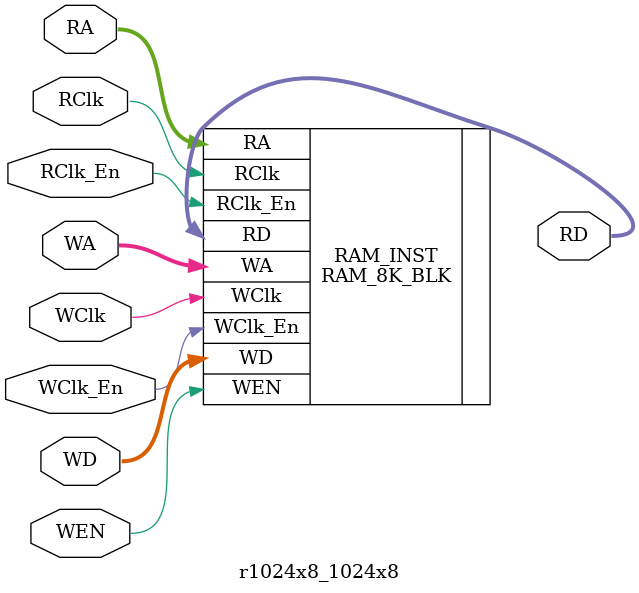
<source format=v>
module r1024x8_1024x8 (WA,RA,WD,WClk,RClk,WClk_En,RClk_En,WEN,RD);

input [9:0] WA;
input [9:0] RA;
input WClk,RClk;
input WClk_En,RClk_En;
input WEN;
input [7:0] WD;
output [7:0] RD;

parameter [8191:0] INIT = 8192'b0;
parameter init_ram="init_1024x8.hex";	

parameter addr_int = 10 ;
parameter data_depth_int = 1024;
parameter data_width_int = 8;
parameter wr_enable_int = 1;
parameter reg_rd_int = 0;


RAM_8K_BLK #( .addr_int(addr_int),.data_depth_int(data_depth_int),.data_width_int(data_width_int),.wr_enable_int(wr_enable_int),.reg_rd_int(reg_rd_int),
              .INIT(INIT),.init_ram(init_ram)
			  )
RAM_INST (	.WA(WA),
			.RA(RA),
			.WD(WD),
			.WClk(WClk),
			.RClk(RClk),
			.WClk_En(WClk_En),
			.RClk_En(RClk_En),
			.WEN(WEN),
			.RD(RD)
			);
endmodule


</source>
